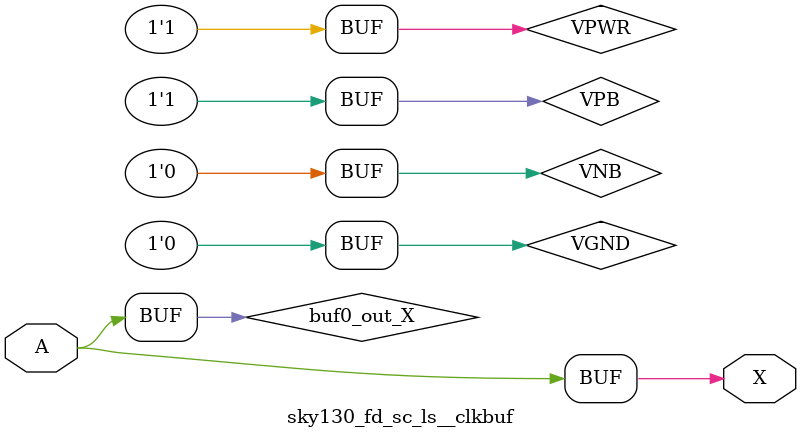
<source format=v>
/*
 * Copyright 2020 The SkyWater PDK Authors
 *
 * Licensed under the Apache License, Version 2.0 (the "License");
 * you may not use this file except in compliance with the License.
 * You may obtain a copy of the License at
 *
 *     https://www.apache.org/licenses/LICENSE-2.0
 *
 * Unless required by applicable law or agreed to in writing, software
 * distributed under the License is distributed on an "AS IS" BASIS,
 * WITHOUT WARRANTIES OR CONDITIONS OF ANY KIND, either express or implied.
 * See the License for the specific language governing permissions and
 * limitations under the License.
 *
 * SPDX-License-Identifier: Apache-2.0
*/


`ifndef SKY130_FD_SC_LS__CLKBUF_TIMING_V
`define SKY130_FD_SC_LS__CLKBUF_TIMING_V

/**
 * clkbuf: Clock tree buffer.
 *
 * Verilog simulation timing model.
 */

`timescale 1ns / 1ps
`default_nettype none

`celldefine
module sky130_fd_sc_ls__clkbuf (
    X,
    A
);

    // Module ports
    output X;
    input  A;

    // Module supplies
    supply1 VPWR;
    supply0 VGND;
    supply1 VPB ;
    supply0 VNB ;

    // Local signals
    wire buf0_out_X;

    //  Name  Output      Other arguments
    buf buf0 (buf0_out_X, A              );
    buf buf1 (X         , buf0_out_X     );

endmodule
`endcelldefine

`default_nettype wire
`endif  // SKY130_FD_SC_LS__CLKBUF_TIMING_V

</source>
